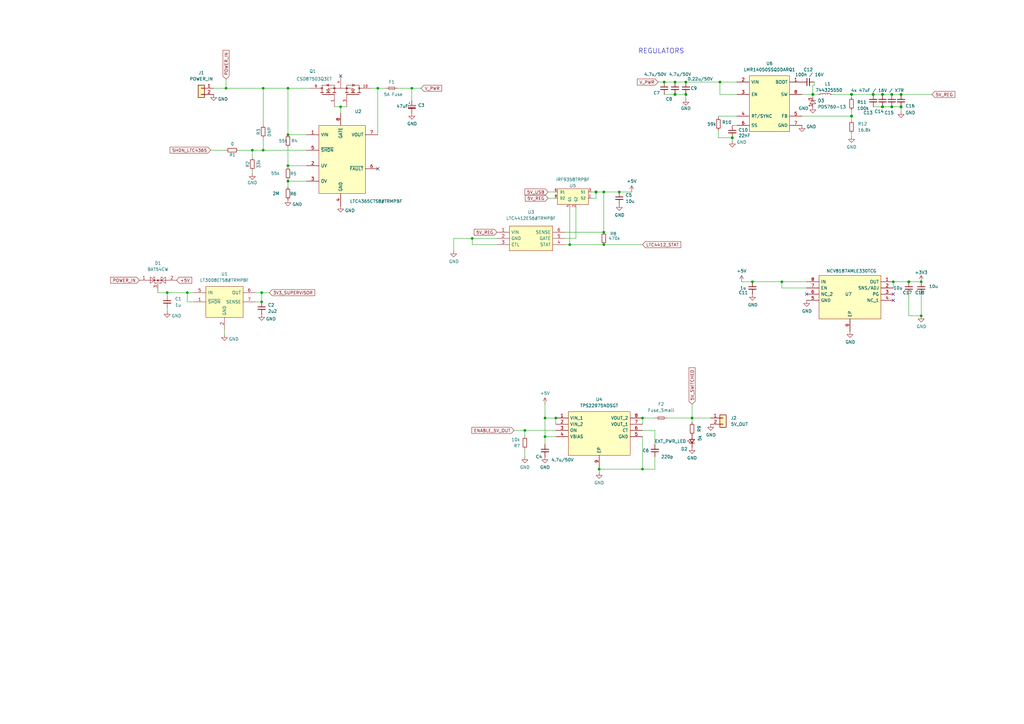
<source format=kicad_sch>
(kicad_sch (version 20231120) (generator "eeschema") (generator_version "8.0")
  (paper "A3")
  (lib_symbols
    (symbol "Connector_Generic:Conn_01x02" (pin_names (offset 1.016) hide)
      (property "Reference" "J" (at 0 2.54 0))
      (property "Value" "Conn_01x02" (at 0 -5.08 0))
      (symbol "Conn_01x02_1_1"
        (rectangle (start -1.27 -2.413) (end 0 -2.667) (stroke (width 0.1524)))
        (rectangle (start -1.27 0.127) (end 0 -0.127) (stroke (width 0.1524)))
        (rectangle (start -1.27 1.27) (end 1.27 -3.81) (stroke (width 0.254)) (fill (type background)))
        (pin passive line (at -5.08 0 0) (length 3.81) (name "Pin_1") (number "1"))
        (pin passive line (at -5.08 -2.54 0) (length 3.81) (name "Pin_2") (number "2"))
      )
    )
    (symbol "Device:CP_Small" (pin_numbers hide) (pin_names (offset 0.254) hide)
      (property "Reference" "C" (at 0.254 1.778 0))
      (property "Value" "CP_Small" (at 0.254 -2.032 0))
      (symbol "CP_Small_0_1"
        (rectangle (start -1.524 -0.3048) (end 1.524 -0.6858) (fill (type outline)))
        (rectangle (start -1.524 0.6858) (end 1.524 0.3048))
        (polyline (pts (xy -1.27 1.524) (xy -0.762 1.524)))
        (polyline (pts (xy -1.016 1.27) (xy -1.016 1.778)))
      )
      (symbol "CP_Small_1_1"
        (pin passive line (at 0 2.54 270) (length 1.8542) (name "~") (number "1"))
        (pin passive line (at 0 -2.54 90) (length 1.8542) (name "~") (number "2"))
      )
    )
    (symbol "Device:C_Small" (pin_numbers hide) (pin_names (offset 0.254) hide)
      (property "Reference" "C" (at 0.254 1.778 0))
      (property "Value" "C_Small" (at 0.254 -2.032 0))
      (symbol "C_Small_0_1"
        (polyline (pts (xy -1.524 -0.508) (xy 1.524 -0.508)) (stroke (width 0.3302)))
        (polyline (pts (xy -1.524 0.508) (xy 1.524 0.508)) (stroke (width 0.3048)))
      )
      (symbol "C_Small_1_1"
        (pin passive line (at 0 2.54 270) (length 2.032) (name "~") (number "1"))
        (pin passive line (at 0 -2.54 90) (length 2.032) (name "~") (number "2"))
      )
    )
    (symbol "Device:Fuse_Small" (pin_numbers hide) (pin_names (offset 0.254) hide)
      (property "Reference" "F" (at 0 -1.524 0))
      (property "Value" "Fuse_Small" (at 0 1.524 0))
      (symbol "Fuse_Small_0_1"
        (rectangle (start -1.27 0.508) (end 1.27 -0.508))
        (polyline (pts (xy -1.27 0) (xy 1.27 0)))
      )
      (symbol "Fuse_Small_1_1"
        (pin passive line (at -2.54 0 0) (length 1.27) (name "~") (number "1"))
        (pin passive line (at 2.54 0 180) (length 1.27) (name "~") (number "2"))
      )
    )
    (symbol "Device:L_Small" (pin_numbers hide) (pin_names (offset 0.254) hide)
      (property "Reference" "L" (at 0.762 1.016 0))
      (property "Value" "L_Small" (at 0.762 -1.016 0))
      (symbol "L_Small_0_1"
        (arc (start 0 -2.032) (mid 0.5058 -1.524) (end 0 -1.016))
        (arc (start 0 -1.016) (mid 0.5058 -0.508) (end 0 0))
        (arc (start 0 0) (mid 0.5058 0.508) (end 0 1.016))
        (arc (start 0 1.016) (mid 0.5058 1.524) (end 0 2.032))
      )
      (symbol "L_Small_1_1"
        (pin passive line (at 0 2.54 270) (length 0.508) (name "~") (number "1"))
        (pin passive line (at 0 -2.54 90) (length 0.508) (name "~") (number "2"))
      )
    )
    (symbol "Device:R_Small" (pin_numbers hide) (pin_names (offset 0.254) hide)
      (property "Reference" "R" (at 0.762 0.508 0))
      (property "Value" "R_Small" (at 0.762 -1.016 0))
      (symbol "R_Small_0_1"
        (rectangle (start -0.762 1.778) (end 0.762 -1.778) (stroke (width 0.2032)))
      )
      (symbol "R_Small_1_1"
        (pin passive line (at 0 2.54 270) (length 0.762) (name "~") (number "1"))
        (pin passive line (at 0 -2.54 90) (length 0.762) (name "~") (number "2"))
      )
    )
    (symbol "Diode:BAT54CW" (pin_names (offset 1.016))
      (property "Reference" "D" (at 0.635 -3.81 0))
      (property "Value" "BAT54CW" (at -6.35 3.175 0))
      (symbol "BAT54CW_0_1"
        (polyline (pts (xy -1.905 0) (xy 1.905 0)))
        (polyline (pts (xy -1.905 1.27) (xy -1.905 1.016)))
        (polyline (pts (xy -1.27 -1.27) (xy -0.635 -1.27)))
        (polyline (pts (xy -1.27 0) (xy -3.81 0)))
        (polyline (pts (xy -1.27 1.27) (xy -1.905 1.27)))
        (polyline (pts (xy -1.27 1.27) (xy -1.27 -1.27)))
        (polyline (pts (xy -0.635 -1.27) (xy -0.635 -1.016)))
        (polyline (pts (xy 0.635 -1.27) (xy 0.635 -1.016)))
        (polyline (pts (xy 1.27 -1.27) (xy 0.635 -1.27)))
        (polyline (pts (xy 1.27 1.27) (xy 1.27 -1.27)))
        (polyline (pts (xy 1.27 1.27) (xy 1.905 1.27)))
        (polyline (pts (xy 1.905 1.27) (xy 1.905 1.016)))
        (polyline (pts (xy 3.81 0) (xy 1.27 0)))
        (polyline (pts (xy -3.175 -1.27) (xy -3.175 1.27) (xy -1.27 0) (xy -3.175 -1.27)))
        (polyline (pts (xy 3.175 -1.27) (xy 3.175 1.27) (xy 1.27 0) (xy 3.175 -1.27)))
        (circle (center 0 0) (radius 0.254) (fill (type outline)))
      )
      (symbol "BAT54CW_1_1"
        (pin passive line (at -7.62 0 0) (length 3.81) (name "~") (number "1"))
        (pin passive line (at 7.62 0 180) (length 3.81) (name "~") (number "2"))
        (pin passive line (at 0 -5.08 90) (length 5.08) (name "~") (number "3"))
      )
    )
    (symbol "LED_Small_1" (pin_numbers hide) (pin_names (offset 0.254) hide)
      (property "Reference" "D" (at -1.27 3.175 0))
      (property "Value" "LED_Small_1" (at -4.445 -2.54 0))
      (symbol "LED_Small_1_0_1"
        (polyline (pts (xy -0.762 -1.016) (xy -0.762 1.016)) (stroke (width 0.254)))
        (polyline (pts (xy 1.016 0) (xy -0.762 0)))
        (polyline (pts (xy 0.762 -1.016) (xy -0.762 0) (xy 0.762 1.016) (xy 0.762 -1.016)) (stroke (width 0.254)))
        (polyline (pts (xy 0 0.762) (xy -0.508 1.27) (xy -0.254 1.27) (xy -0.508 1.27) (xy -0.508 1.016)))
        (polyline (pts (xy 0.508 1.27) (xy 0 1.778) (xy 0.254 1.778) (xy 0 1.778) (xy 0 1.524)))
      )
      (symbol "LED_Small_1_1_1"
        (pin passive line (at -2.54 0 0) (length 1.778) (name "K") (number "1"))
        (pin passive line (at 2.54 0 180) (length 1.778) (name "A") (number "2"))
      )
    )
    (symbol "SamacSys_Parts:CSD87503Q3ET" (pin_names (offset 1.016) hide)
      (property "Reference" "Q3" (at 2.4893 8.255 0))
      (property "Value" "CSD87503Q3ET" (at 2.4893 5.715 0))
      (symbol "CSD87503Q3ET_0_0"
        (circle (center -7.62 -2.54) (radius 0.3556))
        (circle (center -2.54 -2.54) (radius 0.3556))
        (polyline (pts (xy -8.255 -0.762) (xy -7.62 -0.762)) (stroke (width 0.254)))
        (polyline (pts (xy -7.62 -3.81) (xy -5.588 -3.81)) (stroke (width 0.1524)))
        (polyline (pts (xy -7.62 -0.762) (xy -7.62 -3.81)) (stroke (width 0.1524)))
        (polyline (pts (xy -7.62 -0.762) (xy -6.985 -0.762)) (stroke (width 0.254)))
        (polyline (pts (xy -7.62 0) (xy -2.54 0)) (stroke (width 0.254)))
        (polyline (pts (xy -5.842 -0.762) (xy -5.08 -0.762)) (stroke (width 0.254)))
        (polyline (pts (xy -5.588 -4.318) (xy -5.588 -3.81)) (stroke (width 0.1524)))
        (polyline (pts (xy -5.588 -3.81) (xy -5.588 -3.302)) (stroke (width 0.1524)))
        (polyline (pts (xy -5.588 -3.81) (xy -2.54 -3.81)) (stroke (width 0.1524)))
        (polyline (pts (xy -5.08 -2.54) (xy -2.54 -2.54)) (stroke (width 0.1524)))
        (polyline (pts (xy -5.08 -0.762) (xy -5.08 -2.54)) (stroke (width 0.1524)))
        (polyline (pts (xy -5.08 -0.762) (xy -4.318 -0.762)) (stroke (width 0.254)))
        (polyline (pts (xy -3.175 -0.762) (xy -2.54 -0.762)) (stroke (width 0.254)))
        (polyline (pts (xy -2.54 -2.54) (xy -2.54 -3.81)) (stroke (width 0.1524)))
        (polyline (pts (xy -2.54 -2.54) (xy -2.54 -0.762)) (stroke (width 0.1524)))
        (polyline (pts (xy -2.54 -2.54) (xy 2.54 -2.54)) (stroke (width 0.1524)))
        (polyline (pts (xy -2.54 -0.762) (xy -1.905 -0.762)) (stroke (width 0.254)))
        (polyline (pts (xy 2.54 -2.54) (xy 2.54 -3.81)) (stroke (width 0.1524)))
        (polyline (pts (xy 2.54 -2.54) (xy 2.54 -0.762)) (stroke (width 0.1524)))
        (polyline (pts (xy 2.54 -0.762) (xy 1.905 -0.762)) (stroke (width 0.254)))
        (polyline (pts (xy 3.175 -0.762) (xy 2.54 -0.762)) (stroke (width 0.254)))
        (polyline (pts (xy 5.08 -2.54) (xy 2.54 -2.54)) (stroke (width 0.1524)))
        (polyline (pts (xy 5.08 -0.762) (xy 4.318 -0.762)) (stroke (width 0.254)))
        (polyline (pts (xy 5.08 -0.762) (xy 5.08 -2.54)) (stroke (width 0.1524)))
        (polyline (pts (xy 5.588 -4.318) (xy 5.588 -3.81)) (stroke (width 0.1524)))
        (polyline (pts (xy 5.588 -3.81) (xy 2.54 -3.81)) (stroke (width 0.1524)))
        (polyline (pts (xy 5.588 -3.81) (xy 5.588 -3.302)) (stroke (width 0.1524)))
        (polyline (pts (xy 5.842 -0.762) (xy 5.08 -0.762)) (stroke (width 0.254)))
        (polyline (pts (xy 7.62 -3.81) (xy 5.588 -3.81)) (stroke (width 0.1524)))
        (polyline (pts (xy 7.62 -0.762) (xy 6.985 -0.762)) (stroke (width 0.254)))
        (polyline (pts (xy 7.62 -0.762) (xy 7.62 -3.81)) (stroke (width 0.1524)))
        (polyline (pts (xy 7.62 0) (xy 2.54 0)) (stroke (width 0.254)))
        (polyline (pts (xy 8.255 -0.762) (xy 7.62 -0.762)) (stroke (width 0.254)))
        (polyline (pts (xy -5.588 -3.81) (xy -4.826 -3.302) (xy -4.826 -4.318) (xy -5.588 -3.81)) (stroke (width 0.1524)) (fill (type background)))
        (polyline (pts (xy -5.08 -1.016) (xy -5.842 -2.032) (xy -4.318 -2.032) (xy -5.08 -1.016)) (stroke (width 0.1524)) (fill (type background)))
        (polyline (pts (xy 5.08 -1.016) (xy 5.842 -2.032) (xy 4.318 -2.032) (xy 5.08 -1.016)) (stroke (width 0.1524)) (fill (type background)))
        (polyline (pts (xy 5.588 -3.81) (xy 4.826 -3.302) (xy 4.826 -4.318) (xy 5.588 -3.81)) (stroke (width 0.1524)) (fill (type background)))
        (circle (center 2.54 -2.54) (radius 0.3556))
        (circle (center 7.62 -2.54) (radius 0.3556))
        (pin passive line (at -2.54 5.08 270) (length 5.08) (name "~") (number "1"))
        (pin passive line (at 12.7 -2.54 180) (length 5.08) (name "~") (number "10"))
        (pin no_connect line (at -6.35 -11.43 90) (length 5.08) hide (name "~") (number "2"))
        (pin passive line (at 2.54 5.08 270) (length 5.08) (name "~") (number "3"))
        (pin passive line (at 0 -7.62 90) (length 5.08) (name "~") (number "4"))
        (pin passive line (at -12.7 -2.54 0) (length 5.08) (name "~") (number "9"))
      )
    )
    (symbol "SamacSys_Parts:LT3008ETS8#TRMPBF" (pin_names (offset 0.762))
      (property "Reference" "IC1" (at 15.24 8.255 0))
      (property "Value" "LT3008ETS8#TRMPBF" (at 15.24 5.715 0))
      (symbol "LT3008ETS8#TRMPBF_0_0"
        (pin passive line (at 5.08 -3.81 0) (length 5.08) (name "~{SHDN}") (number "1"))
        (pin passive line (at 17.78 -15.24 90) (length 5.08) (name "GND") (number "2"))
        (pin passive line (at 17.78 -15.24 90) (length 5.08) hide (name "GND") (number "3"))
        (pin passive line (at 17.78 -15.24 90) (length 5.08) hide (name "GND") (number "4"))
        (pin passive line (at 5.08 0 0) (length 5.08) (name "IN") (number "5"))
        (pin passive line (at 30.48 0 180) (length 5.08) (name "OUT") (number "6"))
        (pin passive line (at 30.48 -3.81 180) (length 5.08) (name "SENSE") (number "7"))
        (pin no_connect line (at 20.32 -19.05 90) (length 5.08) hide (name "NC") (number "8"))
      )
      (symbol "LT3008ETS8#TRMPBF_0_1"
        (polyline (pts (xy 10.16 2.54) (xy 25.4 2.54) (xy 25.4 -10.16) (xy 10.16 -10.16) (xy 10.16 2.54)) (stroke (width 0.1524)) (fill (type background)))
      )
    )
    (symbol "SamacSys_Parts:LTC4365CTS8#TRMPBF" (pin_names (offset 0.762))
      (property "Reference" "IC1" (at 19.7994 15.875 0))
      (property "Value" "LTC4365CTS8#TRMPBF" (at 19.7994 13.335 0))
      (symbol "LTC4365CTS8#TRMPBF_0_0"
        (pin input line (at 0 6.35 0) (length 5.08) (name "VIN") (number "1"))
        (pin passive line (at 0 -6.35 0) (length 5.08) (name "UV") (number "2"))
        (pin passive line (at 0 -12.7 0) (length 5.08) (name "OV") (number "3"))
        (pin power_in line (at 13.97 -22.86 90) (length 5.08) (name "GND") (number "4"))
        (pin passive line (at 0 0 0) (length 5.08) (name "~{SHDN}") (number "5"))
        (pin passive line (at 29.21 -7.62 180) (length 5.08) (name "~{FAULT}") (number "6"))
        (pin output line (at 29.21 6.35 180) (length 5.08) (name "VOUT") (number "7"))
        (pin passive line (at 13.97 15.24 270) (length 5.08) (name "GATE") (number "8"))
      )
      (symbol "LTC4365CTS8#TRMPBF_0_1"
        (polyline (pts (xy 5.08 10.16) (xy 24.13 10.16) (xy 24.13 -17.78) (xy 5.08 -17.78) (xy 5.08 10.16)) (stroke (width 0.1524)) (fill (type background)))
      )
    )
    (symbol "downloaded_parts:IRF9358TRPBF" (pin_names (offset 1.016))
      (property "Reference" "U?" (at -21.59 -19.05 0))
      (property "Value" "IRF9358TRPBF" (at -21.59 -16.51 0))
      (symbol "IRF9358TRPBF_0_0"
        (pin passive line (at -13.97 -24.13 180) (length 1.27) (name "S2") (number "1"))
        (pin passive line (at -20.32 -27.94 90) (length 1.27) (name "G2") (number "2"))
        (pin passive line (at -13.97 -21.59 180) (length 1.27) (name "S1") (number "3"))
        (pin passive line (at -22.86 -27.94 90) (length 1.27) (name "G1") (number "4"))
        (pin passive line (at -29.21 -21.59 0) (length 1.27) hide (name "D1_2") (number "5"))
        (pin passive line (at -29.21 -21.59 0) (length 1.27) (name "D1") (number "6"))
        (pin passive line (at -29.21 -24.13 0) (length 1.27) hide (name "D2_2") (number "7"))
        (pin passive line (at -29.21 -24.13 0) (length 1.27) (name "D2") (number "8"))
      )
      (symbol "IRF9358TRPBF_0_1"
        (rectangle (start -27.94 -20.32) (end -15.24 -26.67) (stroke (width 0.1524)) (fill (type background)))
      )
    )
    (symbol "downloaded_parts:LMR14050SSQDDARQ1" (pin_names (offset 0.762))
      (property "Reference" "IC?" (at 36.83 -40.64 0))
      (property "Value" "LMR14050SSQDDARQ1" (at 35.56 -30.48 0))
      (symbol "LMR14050SSQDDARQ1_0_0"
        (pin passive line (at 49.53 -35.56 180) (length 5.08) (name "BOOT") (number "1"))
        (pin passive line (at 22.86 -35.56 0) (length 5.08) (name "VIN") (number "2"))
        (pin passive line (at 22.86 -40.64 0) (length 5.08) (name "EN") (number "3"))
        (pin passive line (at 22.86 -49.53 0) (length 5.08) (name "RT/SYNC") (number "4"))
        (pin passive line (at 49.53 -49.53 180) (length 5.08) (name "FB") (number "5"))
        (pin passive line (at 22.86 -53.34 0) (length 5.08) (name "SS") (number "6"))
        (pin passive line (at 49.53 -53.34 180) (length 5.08) (name "GND") (number "7"))
        (pin passive line (at 49.53 -40.64 180) (length 5.08) (name "SW") (number "8"))
        (pin passive line (at 49.53 -53.34 180) (length 5.08) hide (name "GND_2") (number "9"))
      )
      (symbol "LMR14050SSQDDARQ1_0_1"
        (rectangle (start 27.94 -33.02) (end 44.45 -55.88) (stroke (width 0.1524)) (fill (type background)))
      )
    )
    (symbol "downloaded_parts:LTC4412ES6#TRMPBF" (pin_names (offset 0.762))
      (property "Reference" "U3" (at 13.97 8.255 0))
      (property "Value" "LTC4412ES6#TRMPBF" (at 13.97 5.715 0))
      (symbol "LTC4412ES6#TRMPBF_0_0"
        (pin passive line (at 0 0 0) (length 5.08) (name "VIN") (number "1"))
        (pin passive line (at 0 -2.54 0) (length 5.08) (name "GND") (number "2"))
        (pin passive line (at 0 -5.08 0) (length 5.08) (name "CTL") (number "3"))
        (pin passive line (at 27.94 -5.08 180) (length 5.08) (name "STAT") (number "4"))
        (pin passive line (at 27.94 -2.54 180) (length 5.08) (name "GATE") (number "5"))
        (pin passive line (at 27.94 0 180) (length 5.08) (name "SENSE") (number "6"))
      )
      (symbol "LTC4412ES6#TRMPBF_0_1"
        (polyline (pts (xy 5.08 2.54) (xy 22.86 2.54) (xy 22.86 -7.62) (xy 5.08 -7.62) (xy 5.08 2.54)) (stroke (width 0.1524)) (fill (type background)))
      )
    )
    (symbol "downloaded_parts:NCV8187AMLE330TCG" (pin_names (offset 0.762))
      (property "Reference" "U11" (at -17.78 8.255 0))
      (property "Value" "NCV8187AMLE330TCG" (at -17.78 5.715 0))
      (symbol "NCV8187AMLE330TCG_0_0"
        (pin passive line (at 0 0 0) (length 5.08) (name "OUT") (number "1"))
        (pin passive line (at 0 -2.54 0) (length 5.08) (name "SNS/ADJ") (number "2"))
        (pin passive line (at 0 -5.08 0) (length 5.08) (name "PG") (number "3"))
        (pin passive line (at 0 -7.62 0) (length 5.08) (name "NC_1") (number "4"))
        (pin passive line (at 35.56 -7.62 180) (length 5.08) (name "GND") (number "5"))
        (pin passive line (at 35.56 -5.08 180) (length 5.08) (name "NC_2") (number "6"))
        (pin passive line (at 35.56 -2.54 180) (length 5.08) (name "EN") (number "7"))
        (pin passive line (at 35.56 0 180) (length 5.08) (name "IN") (number "8"))
        (pin passive line (at 17.78 -20.32 90) (length 5.08) (name "EP") (number "9"))
      )
      (symbol "NCV8187AMLE330TCG_0_1"
        (polyline (pts (xy 5.08 2.54) (xy 30.48 2.54) (xy 30.48 -15.24) (xy 5.08 -15.24) (xy 5.08 2.54)) (stroke (width 0.1524)) (fill (type background)))
      )
    )
    (symbol "downloaded_parts:PDS760-13" (pin_names (offset 0.762))
      (property "Reference" "D?" (at -5.08 1.27 0))
      (property "Value" "PDS760-13" (at -5.08 6.35 0))
      (symbol "PDS760-13_0_0"
        (pin passive line (at -7.62 3.81 0) (length 1.27) (name "") (number "1"))
        (pin passive line (at -7.62 3.81 0) (length 1.27) hide (name "RIGHT_PIN") (number "2"))
        (pin passive line (at -3.81 3.81 180) (length 1.27) (name "") (number "3"))
      )
      (symbol "PDS760-13_0_1"
        (polyline (pts (xy -5.08 5.08) (xy -5.08 2.54)) (stroke (width 0.1524)))
        (polyline (pts (xy -6.35 3.81) (xy -6.35 5.08) (xy -5.08 3.81) (xy -6.35 2.54) (xy -6.35 3.81)) (stroke (width 0.1524)))
      )
    )
    (symbol "downloaded_parts:TPS22975NDSGT" (pin_names (offset 0.762))
      (property "Reference" "IC1" (at 17.78 7.62 0))
      (property "Value" "TPS22975NDSGT" (at 17.78 5.08 0))
      (symbol "TPS22975NDSGT_0_0"
        (pin passive line (at 0 0 0) (length 5.08) (name "VIN_1") (number "1"))
        (pin passive line (at 0 -2.54 0) (length 5.08) (name "VIN_2") (number "2"))
        (pin passive line (at 0 -5.08 0) (length 5.08) (name "ON") (number "3"))
        (pin passive line (at 0 -7.62 0) (length 5.08) (name "VBIAS") (number "4"))
        (pin passive line (at 35.56 -7.62 180) (length 5.08) (name "GND") (number "5"))
        (pin passive line (at 35.56 -5.08 180) (length 5.08) (name "CT") (number "6"))
        (pin passive line (at 35.56 -2.54 180) (length 5.08) (name "VOUT_1") (number "7"))
        (pin passive line (at 35.56 0 180) (length 5.08) (name "VOUT_2") (number "8"))
        (pin passive line (at 17.78 -20.32 90) (length 5.08) (name "EP") (number "9"))
      )
      (symbol "TPS22975NDSGT_0_1"
        (polyline (pts (xy 5.08 2.54) (xy 30.48 2.54) (xy 30.48 -15.24) (xy 5.08 -15.24) (xy 5.08 2.54)) (stroke (width 0.1524)) (fill (type background)))
      )
    )
    (symbol "power:+3.3V" (power) (pin_names (offset 0))
      (property "Value" "+3.3V" (at 0 3.556 0))
      (symbol "+3.3V_0_1"
        (polyline (pts (xy -0.762 1.27) (xy 0 2.54)))
        (polyline (pts (xy 0 0) (xy 0 2.54)))
        (polyline (pts (xy 0 2.54) (xy 0.762 1.27)))
      )
      (symbol "+3.3V_1_1"
        (pin power_in line (at 0 0 90) (length 0) hide (name "+3V3") (number "1"))
      )
    )
    (symbol "power:+5V" (power) (pin_names (offset 0))
      (property "Value" "+5V" (at 0 3.556 0))
      (symbol "+5V_0_1"
        (polyline (pts (xy -0.762 1.27) (xy 0 2.54)))
        (polyline (pts (xy 0 0) (xy 0 2.54)))
        (polyline (pts (xy 0 2.54) (xy 0.762 1.27)))
      )
      (symbol "+5V_1_1"
        (pin power_in line (at 0 0 90) (length 0) hide (name "+5V") (number "1"))
      )
    )
    (symbol "power:GND" (power) (pin_names (offset 0))
      (property "Value" "GND" (at 0 -3.81 0))
      (symbol "GND_0_1"
        (polyline (pts (xy 0 0) (xy 0 -1.27) (xy 1.27 -1.27) (xy 0 -2.54) (xy -1.27 -1.27) (xy 0 -1.27)))
      )
      (symbol "GND_1_1"
        (pin power_in line (at 0 0 270) (length 0) hide (name "GND") (number "1"))
      )
    )
  )
  (junction (at 223.52 179.07))
  (junction (at 358.14 38.735) (diameter 1.016))
  (junction (at 283.845 171.45))
  (junction (at 281.305 38.735) (diameter 1.016))
  (junction (at 349.25 47.625) (diameter 1.016))
  (junction (at 272.415 33.655))
  (junction (at 333.375 38.735) (diameter 1.016))
  (junction (at 168.91 36.195))
  (junction (at 281.305 33.655))
  (junction (at 247.65 100.33))
  (junction (at 68.58 120.015))
  (junction (at 320.675 115.57))
  (junction (at 107.95 36.195))
  (junction (at 227.965 171.45))
  (junction (at 369.57 38.735) (diameter 1.016))
  (junction (at 244.475 78.74) (diameter 1.016))
  (junction (at 215.265 176.53))
  (junction (at 233.68 100.33))
  (junction (at 365.76 43.815) (diameter 1.016))
  (junction (at 300.355 56.515) (diameter 1.016))
  (junction (at 247.65 78.74))
  (junction (at 223.52 171.45))
  (junction (at 263.525 171.45))
  (junction (at 276.86 33.655))
  (junction (at 107.315 123.825))
  (junction (at 118.11 55.245))
  (junction (at 365.76 38.735) (diameter 1.016))
  (junction (at 107.315 120.015))
  (junction (at 154.94 36.195))
  (junction (at 369.57 43.815) (diameter 1.016))
  (junction (at 247.65 95.25))
  (junction (at 361.95 43.815) (diameter 1.016))
  (junction (at 377.825 129.54))
  (junction (at 377.825 115.57))
  (junction (at 139.7 43.815))
  (junction (at 245.745 192.405))
  (junction (at 118.11 74.295))
  (junction (at 308.61 115.57))
  (junction (at 76.835 120.015))
  (junction (at 118.11 36.195))
  (junction (at 263.525 192.405))
  (junction (at 361.95 38.735) (diameter 1.016))
  (junction (at 372.745 115.57) (diameter 1.016))
  (junction (at 366.395 115.57))
  (junction (at 103.505 61.595))
  (junction (at 276.86 38.735) (diameter 1.016))
  (junction (at 295.275 33.655))
  (junction (at 349.25 38.735) (diameter 1.016))
  (junction (at 118.11 67.945))
  (junction (at 92.71 36.195))
  (junction (at 254 78.74))
  (junction (at 107.95 61.595))
  (junction (at 193.675 97.79))
  (no_connect (at 366.395 120.65))
  (no_connect (at 139.7 31.115))
  (no_connect (at 154.94 69.215))
  (no_connect (at 366.395 123.19))
  (no_connect (at 330.835 120.65))
  (wire (pts (xy 125.73 74.295) (xy 118.11 74.295)))
  (wire (pts (xy 118.11 67.945) (xy 125.73 67.945)))
  (wire (pts (xy 76.835 123.825) (xy 76.835 120.015)))
  (wire (pts (xy 295.275 38.735) (xy 295.275 33.655)))
  (wire (pts (xy 244.475 78.74) (xy 247.65 78.74)))
  (wire (pts (xy 245.745 191.77) (xy 245.745 192.405)))
  (wire (pts (xy 231.775 100.33) (xy 233.68 100.33)))
  (wire (pts (xy 263.525 171.45) (xy 263.525 173.99)))
  (wire (pts (xy 361.95 38.735) (xy 365.76 38.735)))
  (wire (pts (xy 92.71 32.385) (xy 92.71 36.195)))
  (wire (pts (xy 210.82 176.53) (xy 215.265 176.53)))
  (wire (pts (xy 333.375 40.005) (xy 333.375 38.735)))
  (wire (pts (xy 365.76 43.815) (xy 369.57 43.815)))
  (wire (pts (xy 224.79 78.74) (xy 227.33 78.74)))
  (wire (pts (xy 366.395 115.57) (xy 366.395 118.11)))
  (wire (pts (xy 283.845 165.735) (xy 283.845 171.45)))
  (wire (pts (xy 118.11 36.195) (xy 127 36.195)))
  (wire (pts (xy 107.95 61.595) (xy 125.73 61.595)))
  (wire (pts (xy 333.375 38.735) (xy 328.93 38.735)))
  (wire (pts (xy 334.01 34.925) (xy 334.01 33.655)))
  (wire (pts (xy 276.86 33.655) (xy 281.305 33.655)))
  (wire (pts (xy 107.315 123.825) (xy 107.315 120.015)))
  (wire (pts (xy 247.65 100.33) (xy 263.525 100.33)))
  (wire (pts (xy 349.25 47.625) (xy 349.25 49.53)))
  (wire (pts (xy 308.61 115.57) (xy 320.675 115.57)))
  (wire (pts (xy 295.275 33.655) (xy 302.26 33.655)))
  (wire (pts (xy 263.525 171.45) (xy 268.605 171.45)))
  (wire (pts (xy 233.68 85.09) (xy 233.68 100.33)))
  (wire (pts (xy 366.395 115.57) (xy 372.745 115.57)))
  (wire (pts (xy 268.605 187.325) (xy 268.605 192.405)))
  (wire (pts (xy 272.415 38.735) (xy 276.86 38.735)))
  (wire (pts (xy 79.375 123.825) (xy 76.835 123.825)))
  (wire (pts (xy 139.7 43.815) (xy 139.7 46.355)))
  (wire (pts (xy 118.11 74.295) (xy 118.11 73.66)))
  (wire (pts (xy 223.52 165.735) (xy 223.52 171.45)))
  (wire (pts (xy 283.845 171.45) (xy 291.465 171.45)))
  (wire (pts (xy 186.055 97.79) (xy 193.675 97.79)))
  (wire (pts (xy 320.675 118.11) (xy 330.835 118.11)))
  (wire (pts (xy 227.965 179.07) (xy 223.52 179.07)))
  (wire (pts (xy 333.375 34.925) (xy 334.01 34.925)))
  (wire (pts (xy 283.845 171.45) (xy 283.845 173.355)))
  (wire (pts (xy 340.995 38.735) (xy 349.25 38.735)))
  (wire (pts (xy 349.25 54.61) (xy 349.25 55.88)))
  (wire (pts (xy 92.71 36.195) (xy 107.95 36.195)))
  (wire (pts (xy 215.265 176.53) (xy 215.265 179.07)))
  (wire (pts (xy 294.64 47.625) (xy 302.26 47.625)))
  (wire (pts (xy 254 78.74) (xy 259.08 78.74)))
  (wire (pts (xy 372.745 120.65) (xy 372.745 129.54)))
  (wire (pts (xy 247.65 78.74) (xy 247.65 95.25)))
  (wire (pts (xy 349.25 38.735) (xy 358.14 38.735)))
  (wire (pts (xy 86.36 61.595) (xy 92.71 61.595)))
  (wire (pts (xy 268.605 182.245) (xy 268.605 176.53)))
  (wire (pts (xy 328.93 47.625) (xy 349.25 47.625)))
  (wire (pts (xy 245.745 192.405) (xy 245.745 193.675)))
  (wire (pts (xy 294.64 53.34) (xy 294.64 56.515)))
  (wire (pts (xy 263.525 192.405) (xy 245.745 192.405)))
  (wire (pts (xy 224.79 81.28) (xy 227.33 81.28)))
  (wire (pts (xy 247.65 78.74) (xy 254 78.74)))
  (wire (pts (xy 294.64 56.515) (xy 300.355 56.515)))
  (wire (pts (xy 268.605 192.405) (xy 263.525 192.405)))
  (wire (pts (xy 223.52 171.45) (xy 227.965 171.45)))
  (wire (pts (xy 276.86 38.735) (xy 281.305 38.735)))
  (wire (pts (xy 87.63 36.195) (xy 92.71 36.195)))
  (wire (pts (xy 76.835 120.015) (xy 79.375 120.015)))
  (wire (pts (xy 242.57 78.74) (xy 244.475 78.74)))
  (wire (pts (xy 358.14 43.815) (xy 361.95 43.815)))
  (wire (pts (xy 168.91 36.195) (xy 168.91 41.275)))
  (wire (pts (xy 295.275 38.735) (xy 302.26 38.735)))
  (wire (pts (xy 231.775 95.25) (xy 247.65 95.25)))
  (wire (pts (xy 236.22 97.79) (xy 236.22 85.09)))
  (wire (pts (xy 361.95 43.815) (xy 365.76 43.815)))
  (wire (pts (xy 215.265 184.15) (xy 215.265 187.325)))
  (wire (pts (xy 193.675 97.79) (xy 203.835 97.79)))
  (wire (pts (xy 118.11 74.295) (xy 118.11 76.835)))
  (wire (pts (xy 281.305 33.655) (xy 295.275 33.655)))
  (wire (pts (xy 223.52 179.07) (xy 223.52 171.45)))
  (wire (pts (xy 223.52 179.07) (xy 223.52 182.245)))
  (wire (pts (xy 300.355 56.515) (xy 300.355 57.785)))
  (wire (pts (xy 163.195 36.195) (xy 168.91 36.195)))
  (wire (pts (xy 369.57 38.735) (xy 382.27 38.735)))
  (wire (pts (xy 231.775 97.79) (xy 236.22 97.79)))
  (wire (pts (xy 118.11 67.945) (xy 118.11 68.58)))
  (wire (pts (xy 320.675 115.57) (xy 330.835 115.57)))
  (wire (pts (xy 281.305 38.735) (xy 281.305 40.64)))
  (wire (pts (xy 369.57 43.815) (xy 369.57 45.72)))
  (wire (pts (xy 154.94 36.195) (xy 152.4 36.195)))
  (wire (pts (xy 377.825 120.65) (xy 377.825 129.54)))
  (wire (pts (xy 215.265 176.53) (xy 227.965 176.53)))
  (wire (pts (xy 273.685 171.45) (xy 283.845 171.45)))
  (wire (pts (xy 263.525 179.07) (xy 263.525 192.405)))
  (wire (pts (xy 272.415 33.655) (xy 276.86 33.655)))
  (wire (pts (xy 158.115 36.195) (xy 154.94 36.195)))
  (wire (pts (xy 294.64 48.26) (xy 294.64 47.625)))
  (wire (pts (xy 137.16 43.815) (xy 139.7 43.815)))
  (wire (pts (xy 103.505 69.85) (xy 103.505 71.12)))
  (wire (pts (xy 68.58 120.015) (xy 76.835 120.015)))
  (wire (pts (xy 168.91 36.195) (xy 172.72 36.195)))
  (wire (pts (xy 118.11 60.325) (xy 118.11 67.945)))
  (wire (pts (xy 193.675 100.33) (xy 193.675 97.79)))
  (wire (pts (xy 203.835 100.33) (xy 193.675 100.33)))
  (wire (pts (xy 349.25 45.085) (xy 349.25 47.625)))
  (wire (pts (xy 244.475 81.28) (xy 244.475 78.74)))
  (wire (pts (xy 154.94 36.195) (xy 154.94 55.245)))
  (wire (pts (xy 107.315 120.015) (xy 110.49 120.015)))
  (wire (pts (xy 242.57 81.28) (xy 244.475 81.28)))
  (wire (pts (xy 118.11 36.195) (xy 118.11 55.245)))
  (wire (pts (xy 372.745 115.57) (xy 377.825 115.57)))
  (wire (pts (xy 233.68 100.33) (xy 247.65 100.33)))
  (wire (pts (xy 139.7 43.815) (xy 142.24 43.815)))
  (wire (pts (xy 320.675 118.11) (xy 320.675 115.57)))
  (wire (pts (xy 358.14 38.735) (xy 361.95 38.735)))
  (wire (pts (xy 68.58 121.285) (xy 68.58 120.015)))
  (wire (pts (xy 118.11 55.245) (xy 125.73 55.245)))
  (wire (pts (xy 304.165 115.57) (xy 308.61 115.57)))
  (wire (pts (xy 268.605 176.53) (xy 263.525 176.53)))
  (wire (pts (xy 269.875 33.655) (xy 272.415 33.655)))
  (wire (pts (xy 68.58 126.365) (xy 68.58 127.635)))
  (wire (pts (xy 107.95 36.195) (xy 118.11 36.195)))
  (wire (pts (xy 64.77 120.015) (xy 68.58 120.015)))
  (wire (pts (xy 97.79 61.595) (xy 103.505 61.595)))
  (wire (pts (xy 227.965 171.45) (xy 227.965 173.99)))
  (wire (pts (xy 186.055 97.79) (xy 186.055 102.87)))
  (wire (pts (xy 107.95 56.515) (xy 107.95 61.595)))
  (wire (pts (xy 92.075 135.255) (xy 92.075 137.16)))
  (wire (pts (xy 104.775 123.825) (xy 107.315 123.825)))
  (wire (pts (xy 365.76 38.735) (xy 369.57 38.735)))
  (wire (pts (xy 103.505 61.595) (xy 107.95 61.595)))
  (wire (pts (xy 103.505 64.77) (xy 103.505 61.595)))
  (wire (pts (xy 372.745 129.54) (xy 377.825 129.54)))
  (wire (pts (xy 333.375 38.735) (xy 335.915 38.735)))
  (wire (pts (xy 107.315 120.015) (xy 104.775 120.015)))
  (wire (pts (xy 300.355 51.435) (xy 302.26 51.435)))
  (wire (pts (xy 349.25 38.735) (xy 349.25 40.005)))
  (wire (pts (xy 107.95 36.195) (xy 107.95 51.435)))
  (wire (pts (xy 333.375 38.735) (xy 333.375 34.925)))
  (text "REGULATORS" (at 280.67 22.225 0) (effects (font (size 2 2)) (justify right bottom)))
  (global_label "5V_REG" (shape input) (at 382.27 38.735 0) (property "Intersheetrefs" "${INTERSHEET_REFS}" (effects (hide yes))))
  (global_label "5V_SWITCHED" (shape input) (at 283.845 165.735 90) (property "Intersheetrefs" "${INTERSHEET_REFS}" (effects (hide yes))))
  (global_label "5V_REG" (shape input) (at 203.835 95.25 180) (property "Intersheetrefs" "${INTERSHEET_REFS}" (effects (hide yes))))
  (global_label "SHDN_LTC4365" (shape input) (at 86.36 61.595 180) (property "Intersheetrefs" "${INTERSHEET_REFS}" (effects (hide yes))))
  (global_label "V_PWR" (shape input) (at 172.72 36.195 0) (property "Intersheetrefs" "${INTERSHEET_REFS}" (effects (hide yes))))
  (global_label "POWER_IN" (shape input) (at 92.71 32.385 90) (property "Intersheetrefs" "${INTERSHEET_REFS}" (effects (hide yes))))
  (global_label "POWER_IN" (shape input) (at 57.15 114.935 180) (property "Intersheetrefs" "${INTERSHEET_REFS}" (effects (hide yes))))
  (global_label "5V_USB" (shape input) (at 224.79 78.74 180) (property "Intersheetrefs" "${INTERSHEET_REFS}" (effects (hide yes))))
  (global_label "V_PWR" (shape input) (at 269.875 33.655 180) (property "Intersheetrefs" "${INTERSHEET_REFS}" (effects (hide yes))))
  (global_label "LTC4412_STAT" (shape input) (at 263.525 100.33 0) (property "Intersheetrefs" "${INTERSHEET_REFS}" (effects (hide yes))))
  (global_label "ENABLE_5V_OUT" (shape input) (at 210.82 176.53 180) (property "Intersheetrefs" "${INTERSHEET_REFS}" (effects (hide yes))))
  (global_label "3V3_SUPERVISOR" (shape input) (at 110.49 120.015 0) (property "Intersheetrefs" "${INTERSHEET_REFS}" (effects (hide yes))))
  (global_label "+5V" (shape input) (at 72.39 114.935 0) (property "Intersheetrefs" "${INTERSHEET_REFS}" (effects (hide yes))))
  (global_label "5V_REG" (shape input) (at 224.79 81.28 180) (property "Intersheetrefs" "${INTERSHEET_REFS}" (effects (hide yes))))
  (symbol (lib_id "Device:R_Small") (at 103.505 67.31 180) (unit 1)
    (property "Reference" "R2" (at 101.6 66.04 90) (effects (justify left)))
    (property "Value" "33k" (at 106.045 65.405 90) (effects (justify left)))
    (property "Footprint" "Resistor_SMD:R_0603_1608Metric" (effects (hide yes)))
  )
  (symbol (lib_id "Device:C_Small") (at 300.355 53.975 0) (unit 1)
    (property "Reference" "C10" (at 302.895 53.3399 0) (effects (justify left)))
    (property "Value" "22nF" (at 302.895 55.6259 0) (effects (justify left)))
    (property "Footprint" "Capacitor_SMD:C_0603_1608Metric" (effects (hide yes)))
  )
  (symbol (lib_id "Device:R_Small") (at 283.845 175.895 180) (unit 1)
    (property "Reference" "R9" (at 286.7913 174.5044 90) (effects (justify left)))
    (property "Value" "5k" (at 287.02 178.435 90) (effects (justify left)))
    (property "Footprint" "Resistor_SMD:R_0603_1608Metric" (effects (hide yes)))
  )
  (symbol (lib_id "Device:C_Small") (at 331.47 33.655 90) (unit 1)
    (property "Reference" "C12" (at 331.47 28.575 90))
    (property "Value" "100n / 16V" (at 331.978 30.607 90))
    (property "Footprint" "Capacitor_SMD:C_0603_1608Metric" (effects (hide yes)))
  )
  (symbol (lib_id "downloaded_parts:TPS22975NDSGT") (at 227.965 171.45 0) (unit 1)
    (property "Reference" "U4" (at 245.745 163.83 0))
    (property "Value" "TPS22975NDSGT" (at 245.745 166.37 0))
    (property "Footprint" "downloaded_parts:SON50P200X200X80-9N" (effects (hide yes)))
    (property "Datasheet" "http://www.ti.com/lit/gpn/TPS22975" (effects (hide yes)))
    (property "Description" "5.7V, 6A, 16m load switch with adjustable rise time & optional QOD" (effects (hide yes)))
    (property "Height" "0.8" (effects (hide yes)))
    (property "Mouser Part Number" "595-TPS22975NDSGT" (effects (hide yes)))
    (property "Mouser Price/Stock" "https://www.mouser.co.uk/ProductDetail/Texas-Instruments/TPS22975NDSGT?qs=zEmsApcVOkULdeorrdFAdw%3D%3D" (effects (hide yes)))
    (property "Manufacturer_Name" "Texas Instruments" (effects (hide yes)))
    (property "Manufacturer_Part_Number" "TPS22975NDSGT" (effects (hide yes)))
  )
  (symbol (lib_id "Device:R_Small") (at 107.95 53.975 180) (unit 1)
    (property "Reference" "R3" (at 106.045 52.705 90) (effects (justify left)))
    (property "Value" "DNP" (at 110.49 52.07 90) (effects (justify left)))
    (property "Footprint" "Resistor_SMD:R_0603_1608Metric" (effects (hide yes)))
  )
  (symbol (lib_id "Device:R_Small") (at 349.25 42.545 0) (unit 1)
    (property "Reference" "R11" (at 351.536 41.9099 0) (effects (justify left)))
    (property "Value" "100k" (at 351.536 44.4499 0) (effects (justify left)))
    (property "Footprint" "Resistor_SMD:R_0603_1608Metric" (effects (hide yes)))
  )
  (symbol (lib_id "downloaded_parts:IRF9358TRPBF") (at 256.54 57.15 0) (unit 1)
    (property "Reference" "U5" (at 234.95 76.2 0))
    (property "Value" "IRF9358TRPBF" (at 234.95 73.66 0))
    (property "Footprint" "downloaded_parts:SOIC127P600X175-8N" (effects (hide yes)))
    (property "PACKAGE" "SOIC-8" (effects (hide yes)))
    (property "SUPPLIER" "INTERNATIONAL RECTIFIER" (effects (hide yes)))
    (property "MPN" "IRF9358TRPBF" (effects (hide yes)))
    (property "OC_FARNELL" "1864523" (effects (hide yes)))
    (property "OC_NEWARK" "25T5523" (effects (hide yes)))
  )
  (symbol (lib_id "Device:C_Small") (at 68.58 123.825 0) (unit 1)
    (property "Reference" "C1" (at 71.755 122.5612 0) (effects (justify left)))
    (property "Value" "1u" (at 71.755 125.1012 0) (effects (justify left)))
    (property "Footprint" "Capacitor_SMD:C_0805_2012Metric" (effects (hide yes)))
  )
  (symbol (lib_id "power:GND") (at 377.825 129.54 0) (unit 1)
    (property "Reference" "#PWR030" (effects (hide yes)))
    (property "Value" "GND" (at 377.952 133.9342 0))
  )
  (symbol (lib_id "Device:C_Small") (at 358.14 41.275 0) (unit 1)
    (property "Reference" "C13" (at 354.076 46.2279 0) (effects (justify left)))
    (property "Value" "4x 47uF / 16V / X7R" (at 348.996 37.0839 0) (effects (justify left)))
    (property "Footprint" "Capacitor_SMD:C_1210_3225Metric" (effects (hide yes)))
  )
  (symbol (lib_id "Connector_Generic:Conn_01x02") (at 82.55 36.195 0) (mirror y) (unit 1)
    (property "Reference" "J1" (at 82.55 29.845 0))
    (property "Value" "POWER_IN" (at 82.55 32.385 0))
    (property "Footprint" "Connectors_Wuerth_user:691313510002" (effects (hide yes)))
  )
  (symbol (lib_id "power:GND") (at 223.52 187.325 0) (unit 1)
    (property "Reference" "#PWR013" (effects (hide yes)))
    (property "Value" "GND" (at 223.52 191.6494 0))
  )
  (symbol (lib_id "power:GND") (at 68.58 127.635 0) (unit 1)
    (property "Reference" "#PWR02" (effects (hide yes)))
    (property "Value" "GND" (at 72.39 129.54 0))
  )
  (symbol (lib_id "power:GND") (at 87.63 38.735 0) (unit 1)
    (property "Reference" "#PWR03" (effects (hide yes)))
    (property "Value" "GND" (at 91.44 40.64 0))
  )
  (symbol (lib_id "power:GND") (at 333.375 43.815 0) (unit 1)
    (property "Reference" "#PWR025" (effects (hide yes)))
    (property "Value" "GND" (at 329.565 44.45 0))
  )
  (symbol (lib_id "power:+5V") (at 259.08 78.74 0) (unit 1)
    (property "Reference" "#PWR016" (effects (hide yes)))
    (property "Value" "+5V" (at 259.08 74.295 0))
  )
  (symbol (lib_id "SamacSys_Parts:LT3008ETS8#TRMPBF") (at 74.295 120.015 0) (unit 1)
    (property "Reference" "U1" (at 92.075 112.395 0))
    (property "Value" "LT3008ETS8#TRMPBF" (at 92.075 114.935 0))
    (property "Footprint" "downloaded_parts:SOT65P280X100-8N" (effects (hide yes)))
    (property "Datasheet" "https://datasheet.datasheetarchive.com/originals/distributors/Datasheets-SFU4/DSASF4000-3256.pdf" (effects (hide yes)))
    (property "Description" "Linear Technology LT3008ETS8#TRMPBF, LDO Voltage Regulator, Adjustable 20mA, 0.6  44.5 V +/-2%, 8-Pin TSOT-23" (effects (hide yes)))
    (property "Height" "1" (effects (hide yes)))
    (property "Mouser Part Number" "584-LT3008ETS8TRMPBF" (effects (hide yes)))
    (property "Mouser Price/Stock" "https://www.mouser.co.uk/ProductDetail/Analog-Devices-Linear-Technology/LT3008ETS8TRMPBF?qs=ytflclh7QUUhj6PXQ8wLjA%3D%3D" (effects (hide yes)))
    (property "Manufacturer_Name" "Analog Devices" (effects (hide yes)))
    (property "Manufacturer_Part_Number" "LT3008ETS8#TRMPBF" (effects (hide yes)))
  )
  (symbol (lib_id "Device:R_Small") (at 247.65 97.79 0) (unit 1)
    (property "Reference" "R8" (at 250.19 95.885 0) (effects (justify left)))
    (property "Value" "470k" (at 249.555 97.79 0) (effects (justify left)))
    (property "Footprint" "Resistor_SMD:R_0603_1608Metric" (effects (hide yes)))
  )
  (symbol (lib_id "power:GND") (at 215.265 187.325 0) (unit 1)
    (property "Reference" "#PWR011" (effects (hide yes)))
    (property "Value" "GND" (at 215.265 191.6494 0))
  )
  (symbol (lib_id "Connector_Generic:Conn_01x02") (at 296.545 171.45 0) (unit 1)
    (property "Reference" "J2" (at 299.72 171.4499 0) (effects (justify left)))
    (property "Value" "5V_OUT" (at 299.72 173.9899 0) (effects (justify left)))
    (property "Footprint" "Connectors_Wuerth_user:691322110002" (effects (hide yes)))
  )
  (symbol (lib_id "power:GND") (at 283.845 183.515 0) (unit 1)
    (property "Reference" "#PWR018" (effects (hide yes)))
    (property "Value" "GND" (at 283.845 187.8394 0))
  )
  (symbol (lib_id "power:GND") (at 107.315 128.905 0) (unit 1)
    (property "Reference" "#PWR06" (effects (hide yes)))
    (property "Value" "GND" (at 111.125 130.81 0))
  )
  (symbol (lib_id "Device:R_Small") (at 118.11 79.375 0) (unit 1)
    (property "Reference" "R6" (at 118.9737 79.4956 0) (effects (justify left)))
    (property "Value" "2M" (at 111.76 79.375 0) (effects (justify left)))
    (property "Footprint" "Resistor_SMD:R_0603_1608Metric" (effects (hide yes)))
  )
  (symbol (lib_id "power:GND") (at 118.11 81.915 0) (unit 1)
    (property "Reference" "#PWR07" (effects (hide yes)))
    (property "Value" "GND" (at 121.92 83.82 0))
  )
  (symbol (lib_id "power:GND") (at 254 83.82 0) (unit 1)
    (property "Reference" "#PWR015" (effects (hide yes)))
    (property "Value" "GND" (at 254.127 88.2142 0))
  )
  (symbol (lib_id "Device:C_Small") (at 281.305 36.195 0) (unit 1)
    (property "Reference" "C9" (at 283.21 36.195 0) (effects (justify left)))
    (property "Value" "0.22u/50V" (at 281.94 32.385 0) (effects (justify left)))
    (property "Footprint" "Capacitor_SMD:C_0603_1608Metric" (effects (hide yes)))
  )
  (symbol (lib_id "power:GND") (at 348.615 135.89 0) (unit 1)
    (property "Reference" "#PWR026" (effects (hide yes)))
    (property "Value" "GND" (at 348.742 140.2842 0))
  )
  (symbol (lib_id "power:GND") (at 349.25 55.88 0) (unit 1)
    (property "Reference" "#PWR027" (effects (hide yes)))
    (property "Value" "GND" (at 349.25 60.325 0))
  )
  (symbol (lib_id "Device:C_Small") (at 361.95 41.275 0) (unit 1)
    (property "Reference" "C14" (at 358.648 45.7199 0) (effects (justify left)))
    (property "Value" "C_Small" (effects (hide yes)))
    (property "Footprint" "Capacitor_SMD:C_1210_3225Metric" (effects (hide yes)))
  )
  (symbol (lib_id "power:GND") (at 92.075 137.16 0) (unit 1)
    (property "Reference" "#PWR04" (effects (hide yes)))
    (property "Value" "GND" (at 95.885 139.065 0))
  )
  (symbol (lib_id "power:GND") (at 300.355 57.785 0) (unit 1)
    (property "Reference" "#PWR020" (effects (hide yes)))
    (property "Value" "GND" (at 304.165 58.2994 0))
  )
  (symbol (lib_id "Device:C_Small") (at 223.52 184.785 0) (unit 1)
    (property "Reference" "C4" (at 219.71 187.325 0) (effects (justify left)))
    (property "Value" "4.7u/50V" (at 226.06 188.595 0) (effects (justify left)))
    (property "Footprint" "Capacitor_SMD:C_1210_3225Metric" (effects (hide yes)))
  )
  (symbol (lib_id "power:GND") (at 168.91 46.355 0) (unit 1)
    (property "Reference" "#PWR09" (effects (hide yes)))
    (property "Value" "GND" (at 169.037 50.7492 0))
  )
  (symbol (lib_id "SamacSys_Parts:LTC4365CTS8#TRMPBF") (at 125.73 61.595 0) (unit 1)
    (property "Reference" "U2" (at 145.5294 45.72 0) (effects (justify left)))
    (property "Value" "LTC4365CTS8#TRMPBF" (at 143.51 82.55 0) (effects (justify left)))
    (property "Footprint" "downloaded_parts:SOT65P280X100-8N" (effects (hide yes)))
    (property "Datasheet" "http://cds.linear.com/docs/en/datasheet/4365fa.pdf" (effects (hide yes)))
    (property "Description" "Linear Technology LTC4365CTS8#TRMPBF, Voltage Controller 507.5mV max., 8-pin TSOT-23" (effects (hide yes)))
    (property "Height" "1" (effects (hide yes)))
    (property "Mouser Part Number" "584-C4365CTS8TRMPBF" (effects (hide yes)))
    (property "Mouser Price/Stock" "https://www.mouser.co.uk/ProductDetail/Analog-Devices-Linear-Technology/LTC4365CTS8TRMPBF?qs=hVkxg5c3xu8SxEm78iiAdQ%3D%3D" (effects (hide yes)))
    (property "Manufacturer_Name" "Linear Technology" (effects (hide yes)))
    (property "Manufacturer_Part_Number" "LTC4365CTS8#TRMPBF" (effects (hide yes)))
  )
  (symbol (lib_id "Device:R_Small") (at 118.11 57.785 0) (unit 1)
    (property "Reference" "R4" (at 119.38 57.785 0) (effects (justify left)))
    (property "Value" "55k" (at 114.3 57.785 0) (effects (justify left)))
    (property "Footprint" "Resistor_SMD:R_0603_1608Metric" (effects (hide yes)))
  )
  (symbol (lib_id "power:+5V") (at 223.52 165.735 0) (unit 1)
    (property "Reference" "#PWR012" (effects (hide yes)))
    (property "Value" "+5V" (at 223.52 161.29 0))
  )
  (symbol (lib_id "power:GND") (at 291.465 173.99 0) (unit 1)
    (property "Reference" "#PWR019" (effects (hide yes)))
    (property "Value" "GND" (at 291.592 178.3842 0))
  )
  (symbol (lib_id "power:GND") (at 281.305 40.64 0) (unit 1)
    (property "Reference" "#PWR017" (effects (hide yes)))
    (property "Value" "GND" (at 281.305 44.45 0))
  )
  (symbol (lib_id "Device:R_Small") (at 118.11 71.12 0) (unit 1)
    (property "Reference" "R5" (at 118.9737 71.2406 0) (effects (justify left)))
    (property "Value" "55k" (at 111.125 71.12 0) (effects (justify left)))
    (property "Footprint" "Resistor_SMD:R_0603_1608Metric" (effects (hide yes)))
  )
  (symbol (lib_name "LED_Small_1") (lib_id "Device:LED_Small") (at 283.845 180.975 90) (unit 1)
    (property "Reference" "D2" (at 280.67 184.15 90))
    (property "Value" "EXT_PWR_LED" (at 274.955 180.975 90))
    (property "Footprint" "LED_SMD:LED_0603_1608Metric" (effects (hide yes)))
  )
  (symbol (lib_id "Device:Fuse_Small") (at 271.145 171.45 0) (unit 1)
    (property "Reference" "F2" (at 271.145 165.735 0))
    (property "Value" "Fuse_Small" (at 271.145 168.275 0))
    (property "Footprint" "Fuse:Fuse_1206_3216Metric" (effects (hide yes)))
  )
  (symbol (lib_id "downloaded_parts:LTC4412ES6#TRMPBF") (at 203.835 95.25 0) (unit 1)
    (property "Reference" "U3" (at 217.805 86.995 0))
    (property "Value" "LTC4412ES6#TRMPBF" (at 217.805 89.535 0))
    (property "Footprint" "downloaded_parts:SOT95P280X100-6N" (effects (hide yes)))
    (property "Datasheet" "http://cds.linear.com/docs/en/datasheet/4412fb.pdf" (effects (hide yes)))
    (property "Description" "Hot Swap Controller LTC4412ES6#TRMPBF, Positive Voltage, 2.5  28 V, TSOT-23, 6-Pin" (effects (hide yes)))
    (property "Height" "1" (effects (hide yes)))
    (property "Mouser Part Number" "584-LTC4412ES6TRMPBF" (effects (hide yes)))
    (property "Mouser Price/Stock" "https://www.mouser.co.uk/ProductDetail/Analog-Devices-Linear-Technology/LTC4412ES6TRMPBF?qs=hVkxg5c3xu8vBeVp9%252BXk%252Bg%3D%3D" (effects (hide yes)))
    (property "Manufacturer_Name" "Linear Technology" (effects (hide yes)))
    (property "Manufacturer_Part_Number" "LTC4412ES6#TRMPBF" (effects (hide yes)))
  )
  (symbol (lib_id "downloaded_parts:PDS760-13") (at 337.185 36.195 90) (unit 1)
    (property "Reference" "D3" (at 335.407 41.2749 90) (effects (justify right)))
    (property "Value" "PDS760-13" (at 335.407 43.8149 90) (effects (justify right)))
    (property "Footprint" "downloaded_parts:POWERDI5" (effects (hide yes)))
    (property "Description" "Diode Schottky 60V 7A 3Pin PowerDI 5 Diodes Inc PDS760-13, SMT Schottky Diode, 60V 7A, 3-Pin PowerDI 5" (effects (hide yes)))
    (property "Mouser Part Number" "621-PDS760-F" (effects (hide yes)))
    (property "Mouser Price/Stock" "https://www.mouser.co.uk/ProductDetail/Diodes-Incorporated/PDS760-13?qs=%2FNF5U5UGuWlxwy7NIrHVWQ%3D%3D" (effects (hide yes)))
    (property "Manufacturer_Name" "Diodes Inc." (effects (hide yes)))
    (property "Manufacturer_Part_Number" "PDS760-13" (effects (hide yes)))
  )
  (symbol (lib_id "power:GND") (at 139.7 84.455 0) (unit 1)
    (property "Reference" "#PWR08" (effects (hide yes)))
    (property "Value" "GND" (at 143.51 86.36 0))
  )
  (symbol (lib_id "power:GND") (at 103.505 71.12 0) (unit 1)
    (property "Reference" "#PWR05" (effects (hide yes)))
    (property "Value" "GND" (at 103.505 74.93 0))
  )
  (symbol (lib_id "downloaded_parts:NCV8187AMLE330TCG") (at 366.395 115.57 0) (mirror y) (unit 1)
    (property "Reference" "U7" (at 347.98 120.65 0))
    (property "Value" "NCV8187AMLE330TCG" (at 349.25 111.125 0))
    (property "Footprint" "downloaded_parts:SON65P300X300X100-9N-D" (effects (hide yes)))
    (property "Datasheet" "https://www.onsemi.com/pdf/datasheet/ncv8187-d.pdf" (effects (hide yes)))
    (property "Description" "LDO Voltage Regulators 1.2 A LOW IQ LOW DROPOUT VOLTAGE REGULATOR WITH POWER GOOD OUTPUT" (effects (hide yes)))
    (property "Height" "1" (effects (hide yes)))
    (property "Mouser Part Number" "863-CV8187AMLE330TCG" (effects (hide yes)))
    (property "Mouser Price/Stock" "https://www.mouser.co.uk/ProductDetail/onsemi/NCV8187AMLE330TCG?qs=HBWAp0VN4RhK8HbhfCLXcQ%3D%3D" (effects (hide yes)))
    (property "Manufacturer_Name" "ON Semiconductor" (effects (hide yes)))
    (property "Manufacturer_Part_Number" "NCV8187AMLE330TCG" (effects (hide yes)))
  )
  (symbol (lib_id "Device:C_Small") (at 365.76 41.275 0) (unit 1)
    (property "Reference" "C15" (at 362.712 46.2279 0) (effects (justify left)))
    (property "Value" "C_Small" (effects (hide yes)))
    (property "Footprint" "Capacitor_SMD:C_1210_3225Metric" (effects (hide yes)))
  )
  (symbol (lib_id "power:+5V") (at 304.165 115.57 0) (unit 1)
    (property "Reference" "#PWR021" (effects (hide yes)))
    (property "Value" "+5V" (at 304.165 111.125 0))
  )
  (symbol (lib_id "Device:C_Small") (at 377.825 118.11 0) (unit 1)
    (property "Reference" "C18" (at 375.285 120.015 0) (effects (justify left)))
    (property "Value" "10u" (at 381 117.475 0) (effects (justify left)))
    (property "Footprint" "Capacitor_SMD:C_0805_2012Metric" (effects (hide yes)))
  )
  (symbol (lib_id "Device:C_Small") (at 372.745 118.11 0) (unit 1)
    (property "Reference" "C17" (at 370.205 120.015 0) (effects (justify left)))
    (property "Value" "10u" (at 366.395 118.11 0) (effects (justify left)))
    (property "Footprint" "Capacitor_SMD:C_0805_2012Metric" (effects (hide yes)))
  )
  (symbol (lib_id "downloaded_parts:LMR14050SSQDDARQ1") (at 279.4 -1.905 0) (unit 1)
    (property "Reference" "U6" (at 315.595 26.035 0))
    (property "Value" "LMR14050SSQDDARQ1" (at 315.595 28.575 0))
    (property "Footprint" "downloaded_parts:SOIC127P600X170-9N" (effects (hide yes)))
    (property "Datasheet" "http://www.ti.com/lit/gpn/lmr14050-q1" (effects (hide yes)))
    (property "Description" "Automotive 40V, 5A SIMPLE SWITCHER, 2.2MHz Step-Down Regulator with 40uA IQ" (effects (hide yes)))
    (property "Height" "1.7" (effects (hide yes)))
    (property "Mouser Part Number" "595-LMR14050SSDDARQ1" (effects (hide yes)))
    (property "Mouser Price/Stock" "https://www.mouser.co.uk/ProductDetail/Texas-Instruments/LMR14050SSQDDARQ1?qs=8%2FmU9qzJpL8CzCGeZgikSg%3D%3D" (effects (hide yes)))
    (property "Manufacturer_Name" "Texas Instruments" (effects (hide yes)))
    (property "Manufacturer_Part_Number" "LMR14050SSQDDARQ1" (effects (hide yes)))
  )
  (symbol (lib_id "SamacSys_Parts:CSD87503Q3ET") (at 139.7 38.735 0) (mirror x) (unit 1)
    (property "Reference" "Q1" (at 128.27 29.21 0))
    (property "Value" "CSD87503Q3ET" (at 128.905 32.385 0))
    (property "Footprint" "downloaded_parts:TRANS_CSD87503Q3ET" (effects (hide yes)))
    (property "Description" "30V, N ch NexFET MOSFET, dual common source SON3x3, 21.9mOhm 8-VSON -55 to 150" (effects (hide yes)))
    (property "MF" "Texas Instruments" (effects (hide yes)))
    (property "Package" "VSON-8 Texas Instruments" (effects (hide yes)))
    (property "Price" "None" (effects (hide yes)))
    (property "Availability" "Warning" (effects (hide yes)))
    (property "Purchase-URL" "https://pricing.snapeda.com/search/part/CSD87503Q3ET/?ref=eda" (effects (hide yes)))
    (property "MP" "CSD87503Q3ET" (effects (hide yes)))
  )
  (symbol (lib_id "Device:R_Small") (at 215.265 181.61 180) (unit 1)
    (property "Reference" "R7" (at 213.36 182.88 0) (effects (justify left)))
    (property "Value" "10k" (at 213.36 180.34 0) (effects (justify left)))
    (property "Footprint" "Resistor_SMD:R_0603_1608Metric" (effects (hide yes)))
  )
  (symbol (lib_id "Device:C_Small") (at 107.315 126.365 0) (unit 1)
    (property "Reference" "C2" (at 109.855 125.1012 0) (effects (justify left)))
    (property "Value" "2u2" (at 109.855 127.6412 0) (effects (justify left)))
    (property "Footprint" "Capacitor_SMD:C_0805_2012Metric" (effects (hide yes)))
  )
  (symbol (lib_id "Device:L_Small") (at 338.455 38.735 90) (unit 1)
    (property "Reference" "L1" (at 339.471 34.417 90))
    (property "Value" "744325550" (at 339.979 36.957 90))
    (property "Footprint" "downloaded_parts:INDPM105102X500N" (effects (hide yes)))
  )
  (symbol (lib_id "power:GND") (at 308.61 120.65 0) (unit 1)
    (property "Reference" "#PWR022" (effects (hide yes)))
    (property "Value" "GND" (at 308.737 125.0442 0))
  )
  (symbol (lib_id "power:GND") (at 369.57 45.72 0) (unit 1)
    (property "Reference" "#PWR028" (effects (hide yes)))
    (property "Value" "GND" (at 373.38 46.2344 0))
  )
  (symbol (lib_id "Device:C_Small") (at 308.61 118.11 0) (unit 1)
    (property "Reference" "C11" (at 302.895 120.015 0) (effects (justify left)))
    (property "Value" "1u" (at 303.53 118.11 0) (effects (justify left)))
    (property "Footprint" "Capacitor_SMD:C_0805_2012Metric" (effects (hide yes)))
  )
  (symbol (lib_id "Diode:BAT54CW") (at 64.77 114.935 0) (unit 1)
    (property "Reference" "D1" (at 64.77 107.95 0))
    (property "Value" "BAT54CW" (at 64.77 110.49 0))
    (property "Footprint" "Package_TO_SOT_SMD:SOT-323_SC-70" (effects (hide yes)))
    (property "Datasheet" "https://assets.nexperia.com/documents/data-sheet/BAT54W_SER.pdf" (effects (hide yes)))
  )
  (symbol (lib_id "Device:Fuse_Small") (at 160.655 36.195 0) (unit 1)
    (property "Reference" "F1" (at 160.655 33.655 0))
    (property "Value" "5A Fuse" (at 161.29 38.735 0))
    (property "Footprint" "Fuse:Fuse_1206_3216Metric" (effects (hide yes)))
  )
  (symbol (lib_id "power:GND") (at 330.835 123.19 0) (unit 1)
    (property "Reference" "#PWR024" (effects (hide yes)))
    (property "Value" "GND" (at 330.962 127.5842 0))
  )
  (symbol (lib_id "Device:R_Small") (at 349.25 52.07 0) (unit 1)
    (property "Reference" "R12" (at 351.79 50.7999 0) (effects (justify left)))
    (property "Value" "16.8k" (at 351.79 53.3399 0) (effects (justify left)))
    (property "Footprint" "Resistor_SMD:R_0603_1608Metric" (effects (hide yes)))
  )
  (symbol (lib_id "power:GND") (at 186.055 102.87 0) (unit 1)
    (property "Reference" "#PWR010" (effects (hide yes)))
    (property "Value" "GND" (at 186.182 107.2642 0))
  )
  (symbol (lib_id "power:+3.3V") (at 377.825 115.57 0) (unit 1)
    (property "Reference" "#PWR029" (effects (hide yes)))
    (property "Value" "+3V3" (at 377.825 111.76 0))
  )
  (symbol (lib_id "Device:C_Small") (at 268.605 184.785 0) (mirror x) (unit 1)
    (property "Reference" "C6" (at 263.525 184.785 0) (effects (justify left)))
    (property "Value" "220p" (at 271.145 187.325 0) (effects (justify left)))
    (property "Footprint" "Capacitor_SMD:C_0603_1608Metric" (effects (hide yes)))
  )
  (symbol (lib_id "Device:C_Small") (at 276.86 36.195 0) (unit 1)
    (property "Reference" "C8" (at 273.05 40.64 0) (effects (justify left)))
    (property "Value" "4.7u/50V" (at 274.32 30.48 0) (effects (justify left)))
    (property "Footprint" "Capacitor_SMD:C_1210_3225Metric" (effects (hide yes)))
  )
  (symbol (lib_id "Device:C_Small") (at 369.57 41.275 0) (unit 1)
    (property "Reference" "C16" (at 371.348 43.4339 0) (effects (justify left)))
    (property "Value" "C_Small" (effects (hide yes)))
    (property "Footprint" "Capacitor_SMD:C_1210_3225Metric" (effects (hide yes)))
  )
  (symbol (lib_id "power:GND") (at 328.93 51.435 0) (unit 1)
    (property "Reference" "#PWR023" (effects (hide yes)))
    (property "Value" "GND" (at 332.74 51.9494 0))
  )
  (symbol (lib_id "Device:C_Small") (at 272.415 36.195 0) (unit 1)
    (property "Reference" "C7" (at 267.97 38.1 0) (effects (justify left)))
    (property "Value" "4.7u/50V" (at 264.16 30.48 0) (effects (justify left)))
    (property "Footprint" "Capacitor_SMD:C_1210_3225Metric" (effects (hide yes)))
  )
  (symbol (lib_id "Device:CP_Small") (at 168.91 43.815 0) (unit 1)
    (property "Reference" "C3" (at 171.45 43.1799 0) (effects (justify left)))
    (property "Value" "47uF" (at 162.56 43.5609 0) (effects (justify left)))
    (property "Footprint" "Capacitor_SMD:CP_Elec_6.3x5.2" (effects (hide yes)))
  )
  (symbol (lib_id "Device:C_Small") (at 254 81.28 0) (unit 1)
    (property "Reference" "C5" (at 256.54 80.0162 0) (effects (justify left)))
    (property "Value" "10u" (at 256.54 82.5562 0) (effects (justify left)))
    (property "Footprint" "Capacitor_SMD:C_0805_2012Metric" (effects (hide yes)))
  )
  (symbol (lib_id "Device:R_Small") (at 95.25 61.595 270) (unit 1)
    (property "Reference" "R1" (at 93.98 63.5 90) (effects (justify left)))
    (property "Value" "0" (at 94.615 59.055 90) (effects (justify left)))
    (property "Footprint" "Resistor_SMD:R_0603_1608Metric" (effects (hide yes)))
  )
  (symbol (lib_id "Device:R_Small") (at 294.64 50.8 0) (unit 1)
    (property "Reference" "R10" (at 296.164 50.1649 0) (effects (justify left)))
    (property "Value" "59k" (at 290.068 50.9269 0) (effects (justify left)))
    (property "Footprint" "Resistor_SMD:R_0603_1608Metric" (effects (hide yes)))
  )
  (symbol (lib_id "power:GND") (at 245.745 193.675 0) (unit 1)
    (property "Reference" "#PWR014" (effects (hide yes)))
    (property "Value" "GND" (at 245.745 197.9994 0))
  )
)
</source>
